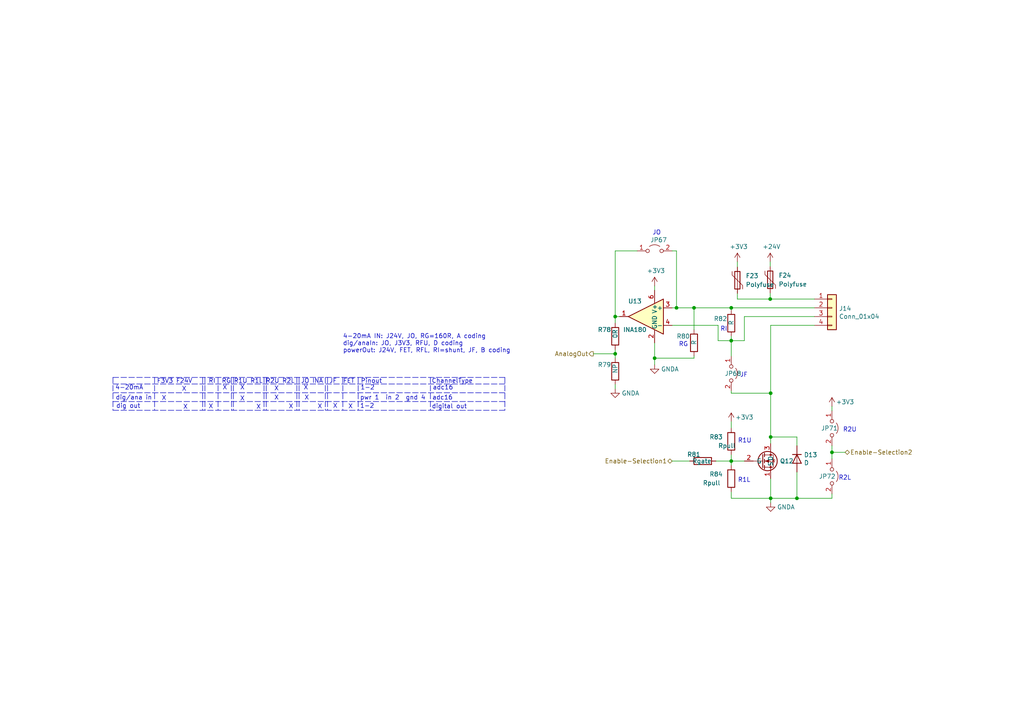
<source format=kicad_sch>
(kicad_sch (version 20211123) (generator eeschema)
  (paper "A4")
  (lib_symbols
    (symbol "Connector_Generic:Conn_01x04" (pin_names (offset 1.016) hide)
      (property "Reference" "J" (at 0 5.08 0))
      (property "Value" "Conn_01x04" (at 0 -7.62 0))
      (symbol "Conn_01x04_1_1"
        (rectangle (start -1.27 -4.953) (end 0 -5.207) (stroke (width 0.1524)))
        (rectangle (start -1.27 -2.413) (end 0 -2.667) (stroke (width 0.1524)))
        (rectangle (start -1.27 0.127) (end 0 -0.127) (stroke (width 0.1524)))
        (rectangle (start -1.27 2.667) (end 0 2.413) (stroke (width 0.1524)))
        (rectangle (start -1.27 3.81) (end 1.27 -6.35) (stroke (width 0.254)) (fill (type background)))
        (pin passive line (at -5.08 2.54 0) (length 3.81) (name "Pin_1") (number "1"))
        (pin passive line (at -5.08 0 0) (length 3.81) (name "Pin_2") (number "2"))
        (pin passive line (at -5.08 -2.54 0) (length 3.81) (name "Pin_3") (number "3"))
        (pin passive line (at -5.08 -5.08 0) (length 3.81) (name "Pin_4") (number "4"))
      )
    )
    (symbol "Device:D" (pin_numbers hide) (pin_names (offset 1.016) hide)
      (property "Reference" "D" (at 0 2.54 0))
      (property "Value" "D" (at 0 -2.54 0))
      (symbol "D_0_1"
        (polyline (pts (xy -1.27 1.27) (xy -1.27 -1.27)) (stroke (width 0.254)))
        (polyline (pts (xy 1.27 0) (xy -1.27 0)))
        (polyline (pts (xy 1.27 1.27) (xy 1.27 -1.27) (xy -1.27 0) (xy 1.27 1.27)) (stroke (width 0.254)))
      )
      (symbol "D_1_1"
        (pin passive line (at -3.81 0 0) (length 2.54) (name "K") (number "1"))
        (pin passive line (at 3.81 0 180) (length 2.54) (name "A") (number "2"))
      )
    )
    (symbol "Device:Polyfuse" (pin_numbers hide) (pin_names (offset 0))
      (property "Reference" "F" (at -2.54 0 90))
      (property "Value" "Polyfuse" (at 2.54 0 90))
      (symbol "Polyfuse_0_1"
        (rectangle (start -0.762 2.54) (end 0.762 -2.54) (stroke (width 0.254)))
        (polyline (pts (xy 0 2.54) (xy 0 -2.54)))
        (polyline (pts (xy -1.524 2.54) (xy -1.524 1.524) (xy 1.524 -1.524) (xy 1.524 -2.54)))
      )
      (symbol "Polyfuse_1_1"
        (pin passive line (at 0 3.81 270) (length 1.27) (name "~") (number "1"))
        (pin passive line (at 0 -3.81 90) (length 1.27) (name "~") (number "2"))
      )
    )
    (symbol "Device:R" (pin_numbers hide) (pin_names (offset 0))
      (property "Reference" "R" (at 2.032 0 90))
      (property "Value" "R" (at 0 0 90))
      (symbol "R_0_1"
        (rectangle (start -1.016 -2.54) (end 1.016 2.54) (stroke (width 0.254)))
      )
      (symbol "R_1_1"
        (pin passive line (at 0 3.81 270) (length 1.27) (name "~") (number "1"))
        (pin passive line (at 0 -3.81 90) (length 1.27) (name "~") (number "2"))
      )
    )
    (symbol "IOB-rescue:BSZ0902NSATMA1-TXV_Library_Symbols" (pin_names (offset 1.016))
      (property "Reference" "Q" (at -3.81 2.54 0))
      (property "Value" "BSZ0902NSATMA1-TXV_Library_Symbols" (at 11.43 3.81 0))
      (symbol "BSZ0902NSATMA1-TXV_Library_Symbols_1_1"
        (polyline (pts (xy -1.016 0) (xy -3.81 0)))
        (polyline (pts (xy -1.016 1.905) (xy -1.016 -1.905)) (stroke (width 0.254)))
        (polyline (pts (xy -0.508 -1.27) (xy -0.508 -2.286)) (stroke (width 0.254)))
        (polyline (pts (xy -0.508 0.508) (xy -0.508 -0.508)) (stroke (width 0.254)))
        (polyline (pts (xy -0.508 2.286) (xy -0.508 1.27)) (stroke (width 0.254)))
        (polyline (pts (xy 1.27 2.54) (xy 1.27 1.778)))
        (polyline (pts (xy 1.27 -2.54) (xy 1.27 0) (xy -0.508 0)))
        (polyline (pts (xy -0.508 -1.778) (xy 2.032 -1.778) (xy 2.032 1.778) (xy -0.508 1.778)))
        (polyline (pts (xy -0.254 0) (xy 0.762 0.381) (xy 0.762 -0.381) (xy -0.254 0)) (fill (type outline)))
        (polyline (pts (xy 1.524 0.508) (xy 1.651 0.381) (xy 2.413 0.381) (xy 2.54 0.254)))
        (polyline (pts (xy 2.032 0.381) (xy 1.651 -0.254) (xy 2.413 -0.254) (xy 2.032 0.381)))
        (circle (center 0.381 0) (radius 2.794) (stroke (width 0.254)))
        (circle (center 1.27 -1.778) (radius 0.254) (fill (type outline)))
        (circle (center 1.27 1.778) (radius 0.254) (fill (type outline)))
        (pin passive line (at 1.27 -5.08 90) (length 2.54) (name "S") (number "1"))
        (pin input line (at -6.35 0 0) (length 2.54) (name "G") (number "2"))
        (pin passive line (at 1.27 5.08 270) (length 2.54) (name "D") (number "3"))
      )
    )
    (symbol "IOB-rescue:INA180-TXV_Library_Symbols" (pin_names (offset 0.127))
      (property "Reference" "U" (at 3.81 3.81 0))
      (property "Value" "INA180-TXV_Library_Symbols" (at 3.81 -2.54 0))
      (symbol "INA180-TXV_Library_Symbols_0_1"
        (polyline (pts (xy 5.08 0) (xy -5.08 5.08) (xy -5.08 -5.08) (xy 5.08 0)) (stroke (width 0.254)) (fill (type background)))
      )
      (symbol "INA180-TXV_Library_Symbols_1_1"
        (pin output line (at 7.62 0 180) (length 2.54) (name "~") (number "1"))
        (pin power_in line (at -2.54 -7.62 90) (length 3.81) (name "GND") (number "2"))
        (pin input line (at -7.62 2.54 0) (length 2.54) (name "+") (number "3"))
        (pin input line (at -7.62 -2.54 0) (length 2.54) (name "-") (number "4"))
        (pin power_in line (at -2.54 7.62 270) (length 3.81) (name "V+") (number "6"))
      )
    )
    (symbol "Jumper:Jumper_2_Open" (pin_names (offset 0) hide)
      (property "Reference" "JP" (at 0 2.794 0))
      (property "Value" "Jumper_2_Open" (at 0 -2.286 0))
      (symbol "Jumper_2_Open_0_0"
        (circle (center -2.032 0) (radius 0.508))
        (circle (center 2.032 0) (radius 0.508))
      )
      (symbol "Jumper_2_Open_0_1"
        (arc (start 1.524 1.27) (mid 0 1.778) (end -1.524 1.27))
      )
      (symbol "Jumper_2_Open_1_1"
        (pin passive line (at -5.08 0 0) (length 2.54) (name "A") (number "1"))
        (pin passive line (at 5.08 0 180) (length 2.54) (name "B") (number "2"))
      )
    )
    (symbol "power:+24V" (power) (pin_names (offset 0))
      (property "Value" "+24V" (at 0 3.556 0))
      (symbol "+24V_0_1"
        (polyline (pts (xy -0.762 1.27) (xy 0 2.54)))
        (polyline (pts (xy 0 0) (xy 0 2.54)))
        (polyline (pts (xy 0 2.54) (xy 0.762 1.27)))
      )
      (symbol "+24V_1_1"
        (pin power_in line (at 0 0 90) (length 0) hide (name "+24V") (number "1"))
      )
    )
    (symbol "power:+3.3V" (power) (pin_names (offset 0))
      (property "Value" "+3.3V" (at 0 3.556 0))
      (symbol "+3.3V_0_1"
        (polyline (pts (xy -0.762 1.27) (xy 0 2.54)))
        (polyline (pts (xy 0 0) (xy 0 2.54)))
        (polyline (pts (xy 0 2.54) (xy 0.762 1.27)))
      )
      (symbol "+3.3V_1_1"
        (pin power_in line (at 0 0 90) (length 0) hide (name "+3V3") (number "1"))
      )
    )
    (symbol "power:GNDA" (power) (pin_names (offset 0))
      (property "Value" "GNDA" (at 0 -3.81 0))
      (symbol "GNDA_0_1"
        (polyline (pts (xy 0 0) (xy 0 -1.27) (xy 1.27 -1.27) (xy 0 -2.54) (xy -1.27 -1.27) (xy 0 -1.27)))
      )
      (symbol "GNDA_1_1"
        (pin power_in line (at 0 0 270) (length 0) hide (name "GNDA") (number "1"))
      )
    )
  )
  (junction (at 212.09 89.281))
  (junction (at 241.3 131.191))
  (junction (at 223.52 126.746))
  (junction (at 178.435 91.821))
  (junction (at 196.215 89.281))
  (junction (at 212.09 133.731))
  (junction (at 223.393 86.741))
  (junction (at 201.295 89.281))
  (junction (at 212.09 98.806))
  (junction (at 223.52 144.526))
  (junction (at 189.865 103.886))
  (junction (at 231.14 144.526))
  (junction (at 223.52 114.046))
  (junction (at 178.435 102.616))
  (polyline (pts (xy 63.246 109.474) (xy 63.246 118.999)))
  (polyline (pts (xy 67.056 109.474) (xy 67.183 118.999)))
  (wire (pts (xy 215.9 91.821) (xy 236.22 91.821)))
  (wire (pts (xy 241.3 131.191) (xy 245.11 131.191)))
  (wire (pts (xy 223.393 75.946) (xy 223.393 77.343)))
  (wire (pts (xy 212.09 131.826) (xy 212.09 133.731)))
  (wire (pts (xy 178.435 101.346) (xy 178.435 102.616)))
  (polyline (pts (xy 32.766 109.474) (xy 32.766 118.999)))
  (wire (pts (xy 231.14 129.286) (xy 231.14 126.746)))
  (wire (pts (xy 223.52 94.361) (xy 223.52 114.046)))
  (polyline (pts (xy 103.886 109.474) (xy 103.886 118.999)))
  (wire (pts (xy 231.14 144.526) (xy 241.3 144.526)))
  (wire (pts (xy 231.14 126.746) (xy 223.52 126.746)))
  (wire (pts (xy 212.09 124.206) (xy 212.09 122.301)))
  (polyline (pts (xy 32.766 109.474) (xy 146.431 109.474)))
  (polyline (pts (xy 58.801 109.474) (xy 58.801 118.999)))
  (wire (pts (xy 212.09 114.046) (xy 223.52 114.046)))
  (wire (pts (xy 215.9 98.806) (xy 212.09 98.806)))
  (polyline (pts (xy 32.766 113.919) (xy 146.431 113.919)))
  (wire (pts (xy 241.3 131.191) (xy 241.3 129.286)))
  (wire (pts (xy 201.295 103.251) (xy 201.295 103.886)))
  (wire (pts (xy 194.945 133.731) (xy 200.025 133.731)))
  (wire (pts (xy 231.14 144.526) (xy 223.52 144.526)))
  (wire (pts (xy 223.393 84.963) (xy 223.393 86.741)))
  (wire (pts (xy 201.295 89.281) (xy 201.295 95.631)))
  (wire (pts (xy 189.865 103.886) (xy 201.295 103.886)))
  (wire (pts (xy 223.52 144.526) (xy 223.52 145.796)))
  (wire (pts (xy 212.09 144.526) (xy 223.52 144.526)))
  (wire (pts (xy 179.705 91.821) (xy 178.435 91.821)))
  (wire (pts (xy 196.215 72.771) (xy 194.945 72.771)))
  (wire (pts (xy 178.435 103.886) (xy 178.435 102.616)))
  (wire (pts (xy 212.09 133.731) (xy 215.9 133.731)))
  (wire (pts (xy 196.215 89.281) (xy 201.295 89.281)))
  (polyline (pts (xy 94.996 109.474) (xy 94.996 118.999)))
  (wire (pts (xy 189.865 103.886) (xy 189.865 105.791)))
  (wire (pts (xy 212.09 135.001) (xy 212.09 133.731)))
  (wire (pts (xy 212.09 98.806) (xy 212.09 103.251)))
  (polyline (pts (xy 76.581 109.474) (xy 76.581 118.999)))
  (polyline (pts (xy 32.766 118.999) (xy 146.431 118.999)))
  (polyline (pts (xy 59.436 109.474) (xy 59.436 118.999)))
  (polyline (pts (xy 124.841 109.474) (xy 124.841 118.999)))
  (wire (pts (xy 213.868 85.09) (xy 213.868 86.741)))
  (wire (pts (xy 241.3 133.096) (xy 241.3 131.191)))
  (wire (pts (xy 208.28 94.361) (xy 194.945 94.361)))
  (wire (pts (xy 178.435 111.506) (xy 178.435 112.776)))
  (wire (pts (xy 223.52 126.746) (xy 223.52 128.651)))
  (wire (pts (xy 189.865 99.441) (xy 189.865 103.886)))
  (polyline (pts (xy 44.831 109.474) (xy 44.831 118.999)))
  (wire (pts (xy 196.215 89.281) (xy 196.215 72.771)))
  (wire (pts (xy 196.215 89.281) (xy 194.945 89.281)))
  (wire (pts (xy 201.295 89.281) (xy 212.09 89.281)))
  (wire (pts (xy 178.435 93.726) (xy 178.435 91.821)))
  (wire (pts (xy 223.52 138.811) (xy 223.52 144.526)))
  (wire (pts (xy 241.3 117.856) (xy 241.3 119.126)))
  (wire (pts (xy 212.09 97.536) (xy 212.09 98.806)))
  (wire (pts (xy 208.28 98.806) (xy 208.28 94.361)))
  (polyline (pts (xy 32.766 116.459) (xy 146.431 116.459)))
  (wire (pts (xy 223.52 114.046) (xy 223.52 126.746)))
  (wire (pts (xy 223.393 86.741) (xy 236.22 86.741)))
  (polyline (pts (xy 77.216 109.474) (xy 77.216 118.999)))
  (polyline (pts (xy 99.441 109.474) (xy 99.441 118.999)))
  (polyline (pts (xy 146.431 109.474) (xy 146.431 118.999)))
  (wire (pts (xy 189.865 82.931) (xy 189.865 84.201)))
  (polyline (pts (xy 86.106 109.474) (xy 86.106 118.999)))
  (wire (pts (xy 223.52 94.361) (xy 236.22 94.361)))
  (polyline (pts (xy 32.766 111.379) (xy 146.431 111.379)))
  (wire (pts (xy 212.09 89.916) (xy 212.09 89.281)))
  (polyline (pts (xy 86.741 109.474) (xy 86.741 118.999)))
  (wire (pts (xy 178.435 72.771) (xy 184.785 72.771)))
  (polyline (pts (xy 67.691 109.474) (xy 67.691 118.999)))
  (wire (pts (xy 231.14 136.906) (xy 231.14 144.526)))
  (wire (pts (xy 212.09 89.281) (xy 236.22 89.281)))
  (wire (pts (xy 212.09 113.411) (xy 212.09 114.046)))
  (wire (pts (xy 241.3 143.256) (xy 241.3 144.526)))
  (wire (pts (xy 212.09 98.806) (xy 208.28 98.806)))
  (polyline (pts (xy 94.361 109.474) (xy 94.361 118.999)))
  (wire (pts (xy 178.435 72.771) (xy 178.435 91.821)))
  (wire (pts (xy 212.09 144.526) (xy 212.09 142.621)))
  (wire (pts (xy 213.868 75.946) (xy 213.868 77.47)))
  (wire (pts (xy 215.9 91.821) (xy 215.9 98.806)))
  (wire (pts (xy 178.435 102.616) (xy 172.085 102.616)))
  (wire (pts (xy 213.868 86.741) (xy 223.393 86.741)))
  (wire (pts (xy 207.645 133.731) (xy 212.09 133.731)))
  (text "X" (at 96.52 118.618 0) (effects (font (size 1.27 1.27)) (justify left bottom)))
  (text "X" (at 60.452 118.745 0) (effects (font (size 1.27 1.27)) (justify left bottom)))
  (text "X" (at 64.516 113.284 0) (effects (font (size 1.27 1.27)) (justify left bottom)))
  (text "digital out" (at 125.222 118.745 0) (effects (font (size 1.27 1.27)) (justify left bottom)))
  (text "JO" (at 189.23 68.326 0) (effects (font (size 1.27 1.27)) (justify left bottom)))
  (text "X" (at 46.863 116.332 0) (effects (font (size 1.27 1.27)) (justify left bottom)))
  (text "4-20mA IN: J24V, JO, RG=160R, A coding\ndig/anaIn: JO, J3V3, RFU, D coding\npowerOut: J24V, FET, RFL, RI=shunt, JF, B coding" (at 99.441 102.489 0) (effects (font (size 1.27 1.27)) (justify left bottom)))
  (text "adc16" (at 125.349 116.205 0) (effects (font (size 1.27 1.27)) (justify left bottom)))
  (text "X" (at 88.265 116.205 0) (effects (font (size 1.27 1.27)) (justify left bottom)))
  (text "X" (at 79.502 113.538 0) (effects (font (size 1.27 1.27)) (justify left bottom)))
  (text "X" (at 100.965 118.745 0) (effects (font (size 1.27 1.27)) (justify left bottom)))
  (text "X" (at 69.596 113.284 0) (effects (font (size 1.27 1.27)) (justify left bottom)))
  (text "R1L" (at 213.995 140.081 0) (effects (font (size 1.27 1.27)) (justify left bottom)))
  (text "dig/ana in" (at 33.528 116.205 0) (effects (font (size 1.27 1.27)) (justify left bottom)))
  (text "1-2" (at 104.521 113.284 0) (effects (font (size 1.27 1.27)) (justify left bottom)))
  (text "X" (at 52.705 113.665 0) (effects (font (size 1.27 1.27)) (justify left bottom)))
  (text "adc16" (at 125.476 113.284 0) (effects (font (size 1.27 1.27)) (justify left bottom)))
  (text "F3V3 F24V     RI  RG R1U R1L R2U R2L  JO INA  JF  FET  Pinout               ChannelType" (at 45.466 111.379 0) (effects (font (size 1.27 1.27)) (justify left bottom)))
  (text "RI" (at 208.915 96.266 0) (effects (font (size 1.27 1.27)) (justify left bottom)))
  (text "4-20mA" (at 33.401 113.284 0) (effects (font (size 1.27 1.27)) (justify left bottom)))
  (text "RG" (at 196.85 100.711 0) (effects (font (size 1.27 1.27)) (justify left bottom)))
  (text "X" (at 79.502 116.205 0) (effects (font (size 1.27 1.27)) (justify left bottom)))
  (text "dig out" (at 33.655 118.618 0) (effects (font (size 1.27 1.27)) (justify left bottom)))
  (text "R1U" (at 213.995 128.651 0) (effects (font (size 1.27 1.27)) (justify left bottom)))
  (text "R2L" (at 243.205 139.446 0) (effects (font (size 1.27 1.27)) (justify left bottom)))
  (text "X" (at 92.075 118.745 0) (effects (font (size 1.27 1.27)) (justify left bottom)))
  (text "pwr 1  in 2  gnd 4" (at 104.394 116.205 0) (effects (font (size 1.27 1.27)) (justify left bottom)))
  (text "X" (at 69.596 116.459 0) (effects (font (size 1.27 1.27)) (justify left bottom)))
  (text "X" (at 88.011 113.284 0) (effects (font (size 1.27 1.27)) (justify left bottom)))
  (text "JF" (at 214.63 109.601 0) (effects (font (size 1.27 1.27)) (justify left bottom)))
  (text "X" (at 53.086 118.872 0) (effects (font (size 1.27 1.27)) (justify left bottom)))
  (text "1-2" (at 104.394 118.618 0) (effects (font (size 1.27 1.27)) (justify left bottom)))
  (text "R2U" (at 244.475 125.476 0) (effects (font (size 1.27 1.27)) (justify left bottom)))
  (text "X" (at 83.693 118.745 0) (effects (font (size 1.27 1.27)) (justify left bottom)))
  (text "X" (at 74.295 118.872 0) (effects (font (size 1.27 1.27)) (justify left bottom)))
  (hierarchical_label "Enable-Selection1" (shape bidirectional) (at 194.945 133.731 180))
  (hierarchical_label "Enable-Selection2" (shape bidirectional) (at 245.11 131.191 0))
  (hierarchical_label "AnalogOut" (shape output) (at 172.085 102.616 180))
  (symbol (lib_id "Connector_Generic:Conn_01x04") (at 241.3 89.281 0)
    (property "Reference" "J14" (at 243.332 89.4842 0) (effects (justify left)))
    (property "Value" "Conn_01x04" (at 243.332 91.7956 0) (effects (justify left)))
    (property "Footprint" "TXV_Library_Footprints:TE_M12_4_Pin_PCB" (effects hide))
  )
  (symbol (lib_id "Jumper:Jumper_2_Open") (at 241.3 124.206 270)
    (property "Reference" "JP71" (at 238.125 124.206 90) (effects (justify left)))
    (property "Value" "Jumper_2_Open" (effects hide))
    (property "Footprint" "Jumper:SolderJumper-2_P1.3mm_Open_TrianglePad1.0x1.5mm" (effects hide))
  )
  (symbol (lib_id "Jumper:Jumper_2_Open") (at 241.3 138.176 270)
    (property "Reference" "JP72" (at 237.49 138.176 90) (effects (justify left)))
    (property "Value" "Jumper_2_Open" (effects hide))
    (property "Footprint" "Jumper:SolderJumper-2_P1.3mm_Open_TrianglePad1.0x1.5mm" (effects hide))
  )
  (symbol (lib_id "power:+3.3V") (at 213.868 75.946 0)
    (property "Reference" "#PWR0105" (effects hide))
    (property "Value" "+3.3V" (at 214.249 71.5518 0))
  )
  (symbol (lib_id "Device:Polyfuse") (at 223.393 81.153 0)
    (property "Reference" "F24" (at 225.806 79.8829 0) (effects (justify left)))
    (property "Value" "Polyfuse" (at 225.806 82.4229 0) (effects (justify left)))
    (property "Footprint" "TXV_Library_Footprints:0805L110SL PPTC Polyfuse Littelfuse" (effects hide))
  )
  (symbol (lib_id "Device:R") (at 212.09 138.811 0)
    (property "Reference" "R84" (at 205.74 137.541 0) (effects (justify left)))
    (property "Value" "Rpull" (at 203.835 140.081 0) (effects (justify left)))
    (property "Footprint" "Resistor_SMD:R_0603_1608Metric" (effects hide))
  )
  (symbol (lib_id "power:+3.3V") (at 241.3 117.856 0)
    (property "Reference" "#PWR0108" (effects hide))
    (property "Value" "+3.3V" (at 245.11 116.586 0))
  )
  (symbol (lib_id "Device:Polyfuse") (at 213.868 81.28 0)
    (property "Reference" "F23" (at 216.281 80.0099 0) (effects (justify left)))
    (property "Value" "Polyfuse" (at 216.281 82.5499 0) (effects (justify left)))
    (property "Footprint" "TXV_Library_Footprints:0805L110SL PPTC Polyfuse Littelfuse" (effects hide))
  )
  (symbol (lib_id "power:GNDA") (at 223.52 145.796 0)
    (property "Reference" "#PWR0107" (effects hide))
    (property "Value" "GNDA" (at 227.965 147.066 0))
  )
  (symbol (lib_id "Jumper:Jumper_2_Open") (at 189.865 72.771 0)
    (property "Reference" "JP67" (at 188.595 69.596 0) (effects (justify left)))
    (property "Value" "Jumper_2_Open" (effects hide))
    (property "Footprint" "Jumper:SolderJumper-2_P1.3mm_Open_TrianglePad1.0x1.5mm" (effects hide))
  )
  (symbol (lib_id "power:+24V") (at 223.393 75.946 0)
    (property "Reference" "#PWR0106" (effects hide))
    (property "Value" "+24V" (at 223.774 71.5518 0))
  )
  (symbol (lib_id "Jumper:Jumper_2_Open") (at 212.09 108.331 270)
    (property "Reference" "JP68" (at 210.185 108.331 90) (effects (justify left)))
    (property "Value" "Jumper_2_Open" (effects hide))
    (property "Footprint" "Jumper:SolderJumper-2_P1.3mm_Open_TrianglePad1.0x1.5mm" (effects hide))
  )
  (symbol (lib_id "Device:R") (at 178.435 97.536 0)
    (property "Reference" "R78" (at 173.355 95.631 0) (effects (justify left)))
    (property "Value" "0R" (at 178.435 98.171 90) (effects (justify left)))
    (property "Footprint" "Resistor_SMD:R_0603_1608Metric" (effects hide))
  )
  (symbol (lib_id "Device:R") (at 201.295 99.441 0)
    (property "Reference" "R80" (at 196.215 97.536 0) (effects (justify left)))
    (property "Value" "R" (at 201.295 100.076 90) (effects (justify left)))
    (property "Footprint" "Resistor_SMD:R_0603_1608Metric" (effects hide))
  )
  (symbol (lib_id "Device:R") (at 178.435 107.696 0)
    (property "Reference" "R79" (at 173.355 105.791 0) (effects (justify left)))
    (property "Value" "NP" (at 178.435 108.331 90) (effects (justify left)))
    (property "Footprint" "Resistor_SMD:R_0603_1608Metric" (effects hide))
  )
  (symbol (lib_id "Device:R") (at 212.09 128.016 0)
    (property "Reference" "R83" (at 205.74 126.746 0) (effects (justify left)))
    (property "Value" "Rpull" (at 208.28 129.286 0) (effects (justify left)))
    (property "Footprint" "Resistor_SMD:R_0603_1608Metric" (effects hide))
  )
  (symbol (lib_id "Device:D") (at 231.14 133.096 270)
    (property "Reference" "D13" (at 233.1466 131.9276 90) (effects (justify left)))
    (property "Value" "D" (at 233.1466 134.239 90) (effects (justify left)))
    (property "Footprint" "Diode_SMD:D_SOD-123F" (effects hide))
  )
  (symbol (lib_id "power:GNDA") (at 178.435 112.776 0)
    (property "Reference" "#PWR0101" (effects hide))
    (property "Value" "GNDA" (at 182.88 114.046 0))
  )
  (symbol (lib_id "IOB-rescue:INA180-TXV_Library_Symbols") (at 187.325 91.821 0) (mirror y)
    (property "Reference" "U13" (at 184.15 87.376 0))
    (property "Value" "INA180" (at 184.15 95.631 0))
    (property "Footprint" "Package_TO_SOT_SMD:SOT-23-6" (effects hide))
    (property "Datasheet" "https://www.ti.com/lit/ds/symlink/ina180.pdf?HQS=TI-null-null-mousermode-df-pf-null-wwe&ts=1600565622363&ref_url=https%253A%252F%252Fwww.mouser.at%252F" (effects hide))
  )
  (symbol (lib_id "IOB-rescue:BSZ0902NSATMA1-TXV_Library_Symbols") (at 222.25 133.731 0)
    (property "Reference" "Q12" (at 226.187 133.731 0) (effects (justify left)))
    (property "Value" "BSZ0902NSATMA1" (effects hide))
    (property "Footprint" "TXV_Library_Footprints:PG_TSDSON-8" (effects hide))
  )
  (symbol (lib_id "Device:R") (at 212.09 93.726 0)
    (property "Reference" "R82" (at 207.01 92.456 0) (effects (justify left)))
    (property "Value" "R" (at 212.09 94.361 90) (effects (justify left)))
    (property "Footprint" "Resistor_SMD:R_0603_1608Metric" (effects hide))
  )
  (symbol (lib_id "power:+3.3V") (at 212.09 122.301 0)
    (property "Reference" "#PWR0104" (effects hide))
    (property "Value" "+3.3V" (at 215.9 121.031 0))
  )
  (symbol (lib_id "power:GNDA") (at 189.865 105.791 0)
    (property "Reference" "#PWR0103" (effects hide))
    (property "Value" "GNDA" (at 194.31 107.061 0))
  )
  (symbol (lib_id "Device:R") (at 203.835 133.731 90)
    (property "Reference" "R81" (at 203.2 131.826 90) (effects (justify left)))
    (property "Value" "Rgate" (at 206.375 133.731 90) (effects (justify left)))
    (property "Footprint" "Resistor_SMD:R_0603_1608Metric" (effects hide))
  )
  (symbol (lib_id "power:+3.3V") (at 189.865 82.931 0)
    (property "Reference" "#PWR0102" (effects hide))
    (property "Value" "+3.3V" (at 190.246 78.5368 0))
  )
)
</source>
